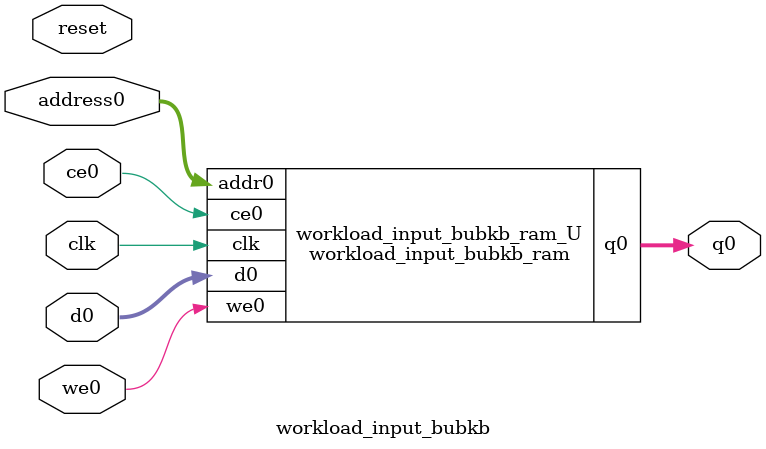
<source format=v>

`timescale 1 ns / 1 ps
module workload_input_bubkb_ram (addr0, ce0, d0, we0, q0,  clk);

parameter DWIDTH = 512;
parameter AWIDTH = 6;
parameter MEM_SIZE = 64;

input[AWIDTH-1:0] addr0;
input ce0;
input[DWIDTH-1:0] d0;
input we0;
output reg[DWIDTH-1:0] q0;
input clk;

(* ram_style = "block" *)reg [DWIDTH-1:0] ram[0:MEM_SIZE-1];




always @(posedge clk)  
begin 
    if (ce0) 
    begin
        if (we0) 
        begin 
            ram[addr0] <= d0; 
            q0 <= d0;
        end 
        else 
            q0 <= ram[addr0];
    end
end


endmodule


`timescale 1 ns / 1 ps
module workload_input_bubkb(
    reset,
    clk,
    address0,
    ce0,
    we0,
    d0,
    q0);

parameter DataWidth = 32'd512;
parameter AddressRange = 32'd64;
parameter AddressWidth = 32'd6;
input reset;
input clk;
input[AddressWidth - 1:0] address0;
input ce0;
input we0;
input[DataWidth - 1:0] d0;
output[DataWidth - 1:0] q0;



workload_input_bubkb_ram workload_input_bubkb_ram_U(
    .clk( clk ),
    .addr0( address0 ),
    .ce0( ce0 ),
    .we0( we0 ),
    .d0( d0 ),
    .q0( q0 ));

endmodule


</source>
